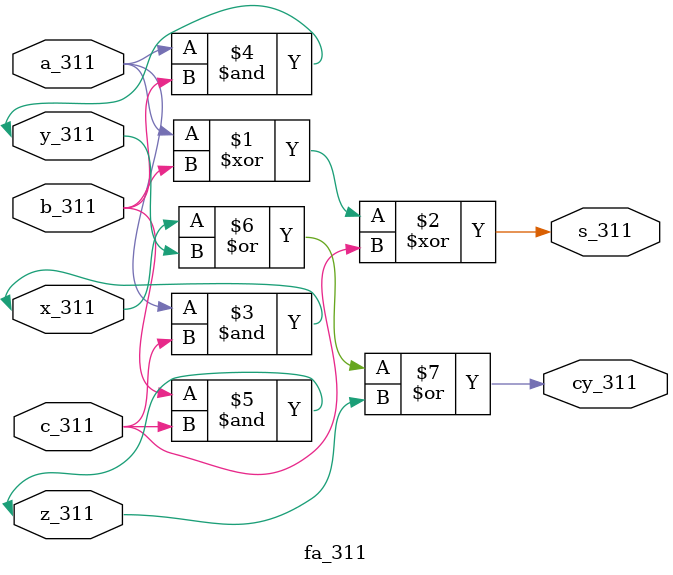
<source format=v>
`timescale 1ns / 1ps
module fa_311(
    input a_311,
    input b_311,
    input c_311,
    output s_311,
    output cy_311,
	 inout x_311,
	 inout y_311,
	 inout z_311
	 
    );
	xor g1(s_311,a_311,b_311,c_311);
	and a1(x_311,a_311,c_311);
	and a2(y_311,a_311,b_311);
	and a3(z_311,b_311,c_311);
	or  o1(cy_311,x_311,y_311,z_311);


endmodule


</source>
